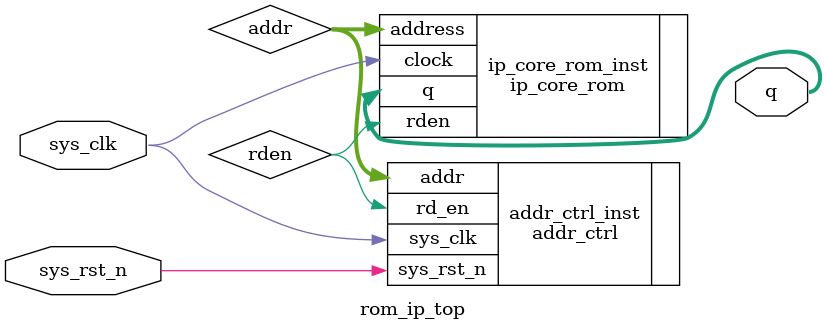
<source format=v>
module rom_ip_top (
	input sys_clk,
	input sys_rst_n,

	output [7:0] q
);
	wire rden;
	wire [7:0] addr;

	addr_ctrl addr_ctrl_inst (
		.sys_clk (sys_clk),
		.sys_rst_n (sys_rst_n),
		.rd_en (rden),
		.addr (addr)
	);

	ip_core_rom	ip_core_rom_inst (
		.address (addr),
		.clock (sys_clk),
		.rden (rden),
		.q (q)
	);
endmodule
</source>
